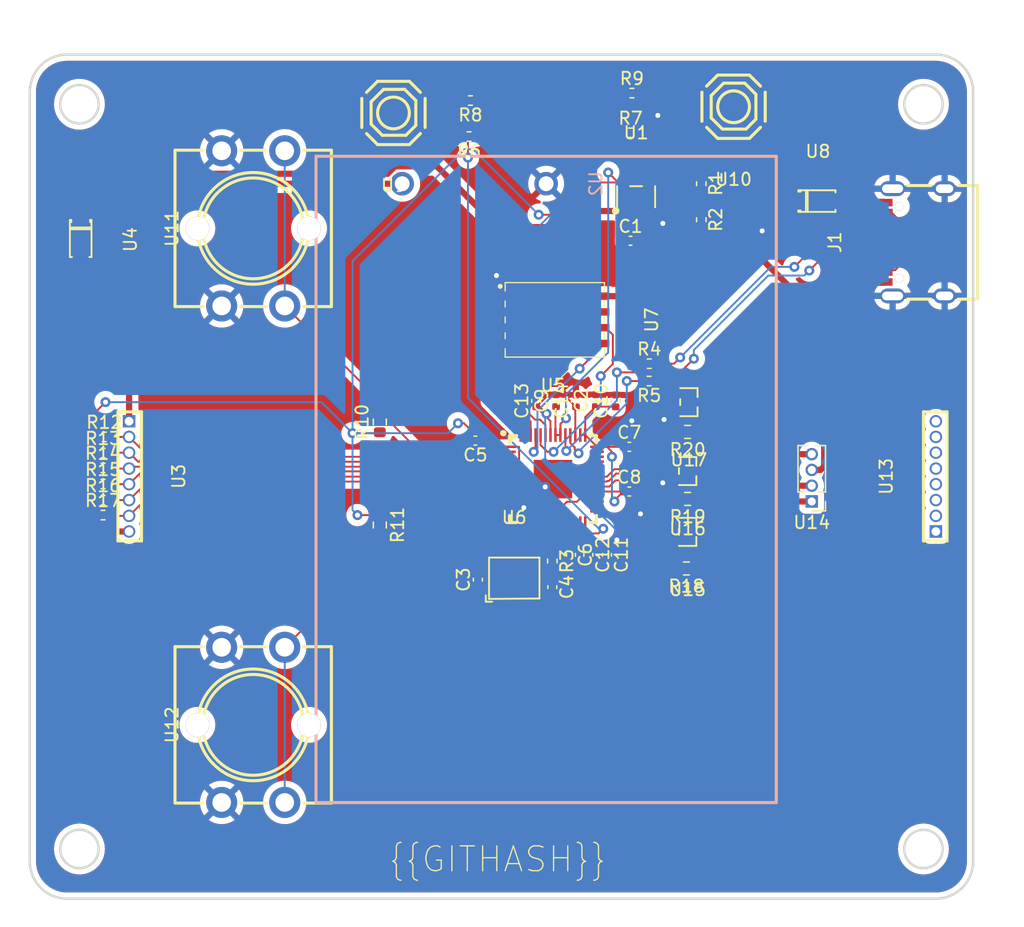
<source format=kicad_pcb>
(kicad_pcb (version 20221018) (generator pcbnew)
  (layers (0 "F.Cu" signal) (31 "B.Cu" signal) (34 "B.Paste" user) (35 "F.Paste" user) (36 "B.SilkS" user "B.Silkscreen") (37 "F.SilkS" user "F.Silkscreen") (38 "B.Mask" user) (39 "F.Mask" user) (44 "Edge.Cuts" user))
  (net 0 "")
  (net 1 "gnd")
  (net 2 "in")
  (net 3 "out-1")
  (net 4 "out")
  (net 5 "dm")
  (net 6 "usb_dm")
  (net 7 "cs")
  (net 8 "vcc-1")
  (net 9 "usb_dp")
  (net 10 "dp")
  (net 11 "adj")
  (net 12 "vcc-2")
  (net 13 "vcc")
  (net 14 "gpio13")
  (net 15 "gpio14")
  (net 16 "gpio3")
  (net 17 "plus")
  (net 18 "gpio1")
  (net 19 "gpio2")
  (net 20 "gpio4")
  (net 21 "gpio5")
  (net 22 "gpio6")
  (net 23 "or")
  (net 24 "wire")
  (net 25 "not")
  (net 26 "and")
  (net 27 "xor")
  (net 28 "latch")
  (net 29 "vcc-3")
  (net 30 "gpio0")
  (net 31 "gpio7")
  (net 32 "miso")
  (net 33 "cs-1")
  (net 34 "sck-1")
  (net 35 "mosi")
  (net 36 "gpio12")
  (net 37 "gpio15")
  (net 38 "swclk")
  (net 39 "swdio")
  (net 40 "gpio16")
  (net 41 "gpio17")
  (net 42 "gpio18")
  (net 43 "gpio19")
  (net 44 "sda")
  (net 45 "scl")
  (net 46 "gpio22")
  (net 47 "gpio23")
  (net 48 "gpio24")
  (net 49 "gpio25")
  (net 50 "gpio26_a0")
  (net 51 "gpio27_a1")
  (net 52 "gpio28_a2")
  (net 53 "gpio29_a3")
  (net 54 "io3")
  (net 55 "sck")
  (net 56 "io0")
  (net 57 "io2")
  (net 58 "io1")
  (net 59 "p1-2")
  (net 60 "p1-1")
  (net 61 "p1")
  (net 62 "p1-3")
  (net 63 "xin")
  (net 64 "b_sink")
  (net 65 "g_sink")
  (net 66 "r_sink")
  (net 67 "p1-4")
  (net 68 "sbu")
  (net 69 "cc1")
  (net 70 "cc2")
  (net 71 "out-2")
  (footprint "Capacitor_SMD:C_0402_1005Metric" (layer "F.Cu") (at 138 97.8 180)
    (fp_text reference "C5")
    (fp_text value "100nF")
  )
  (footprint "Resistor_SMD:R_0402_1005Metric" (layer "F.Cu") (at 156.2 77.1 -90)
    (fp_text reference "R1")
    (fp_text value "18k")
  )
  (footprint "Resistor_SMD:R_0603_1608Metric" (layer "F.Cu") (at 155 108.1 180)
    (fp_text reference "R18")
    (fp_text value "1.5K")
  )
  (footprint "Resistor_SMD:R_0603_1608Metric" (layer "F.Cu") (at 155.1 97.1 180)
    (fp_text reference "R20")
    (fp_text value "100")
  )
  (footprint "Resistor_SMD:R_0402_1005Metric" (layer "F.Cu") (at 108 101.3)
    (fp_text reference "R15")
    (fp_text value "10k")
  )
  (footprint "Capacitor_SMD:C_0402_1005Metric" (layer "F.Cu") (at 150.4 101.9)
    (fp_text reference "C8")
    (fp_text value "100nF")
  )
  (footprint "Capacitor_SMD:C_0402_1005Metric" (layer "F.Cu") (at 145.7 107 -90)
    (fp_text reference "C6")
    (fp_text value "100nF")
  )
  (footprint "Resistor_SMD:R_0402_1005Metric" (layer "F.Cu") (at 152 93 180)
    (fp_text reference "R5")
    (fp_text value "27R")
  )
  (footprint "Capacitor_SMD:C_0402_1005Metric" (layer "F.Cu") (at 142.9 94.6 90)
    (fp_text reference "C13")
    (fp_text value "100nF")
  )
  (footprint "Resistor_SMD:R_0603_1608Metric" (layer "F.Cu") (at 130.3 104.6 -90)
    (fp_text reference "R11")
    (fp_text value "10k")
  )
  (footprint "Resistor_SMD:R_0402_1005Metric" (layer "F.Cu") (at 150.61 69.8)
    (fp_text reference "R9")
    (fp_text value "10k")
  )
  (footprint "lib:WSON-8_L6.0-W8.0-P1.27-BL-EP" (layer "F.Cu") (at 144.4 88.07 -90)
    (fp_text reference "U7")
    (fp_text value "<help! no value>")
  )
  (footprint "Capacitor_SMD:C_0402_1005Metric" (layer "F.Cu") (at 147.1 107 -90)
    (fp_text reference "C12")
    (fp_text value "100nF")
  )
  (footprint "lib:SOT-323-3_L2.0-W1.3-P1.30-LS2.1-BR" (layer "F.Cu") (at 155.2 94.7 180)
    (fp_text reference "U17")
    (fp_text value "<help! no value>")
  )
  (footprint "Capacitor_SMD:C_0402_1005Metric" (layer "F.Cu") (at 150.5 81.7)
    (fp_text reference "C1")
    (fp_text value "1uF")
  )
  (footprint "Capacitor_SMD:C_0402_1005Metric" (layer "F.Cu") (at 144.5 94.58 90)
    (fp_text reference "C9")
    (fp_text value "100nF")
  )
  (footprint "lib:SW-TH_4P-L12.0-W12.0-P5.00-LS12.5-EH" (layer "F.Cu") (at 120.1 80.7 90)
    (fp_text reference "U11")
    (fp_text value "<help! no value>")
  )
  (footprint "Resistor_SMD:R_0402_1005Metric" (layer "F.Cu") (at 108 103.8)
    (fp_text reference "R17")
    (fp_text value "10k")
  )
  (footprint "Capacitor_SMD:C_0402_1005Metric" (layer "F.Cu") (at 149.3 94.6 90)
    (fp_text reference "C10")
    (fp_text value "1uF")
  )
  (footprint "Resistor_SMD:R_0402_1005Metric" (layer "F.Cu") (at 156.2 80 -90)
    (fp_text reference "R2")
    (fp_text value "10k")
  )
  (footprint "Resistor_SMD:R_0402_1005Metric" (layer "F.Cu") (at 108 100)
    (fp_text reference "R14")
    (fp_text value "10k")
  )
  (footprint "Capacitor_SMD:C_0402_1005Metric" (layer "F.Cu") (at 144.2 109.6 -90)
    (fp_text reference "C4")
    (fp_text value "20pF")
  )
  (footprint "lib:SOT-323-3_L2.0-W1.3-P1.30-LS2.1-BR" (layer "F.Cu") (at 155.1 100.25 180)
    (fp_text reference "U16")
    (fp_text value "<help! no value>")
  )
  (footprint "Capacitor_SMD:C_0402_1005Metric" (layer "F.Cu") (at 147.7 94.58 90)
    (fp_text reference "C2")
    (fp_text value "1uF")
  )
  (footprint "lib:SOT-23-5_L3.0-W1.7-P0.95-LS2.8-BL" (layer "F.Cu") (at 150.95 78.15)
    (fp_text reference "U1")
    (fp_text value "<help! no value>")
  )
  (footprint "Resistor_SMD:R_0402_1005Metric" (layer "F.Cu") (at 137.6 70.4 180)
    (fp_text reference "R8")
    (fp_text value "10k")
  )
  (footprint "Connector_PinHeader_1.27mm:PinHeader_1x04_P1.27mm_Vertical" (layer "F.Cu") (at 165.1 102.7 180)
    (fp_text reference "U14")
    (fp_text value "<help! no value>")
  )
  (footprint "Resistor_SMD:R_0402_1005Metric" (layer "F.Cu") (at 108.01 98.8)
    (fp_text reference "R13")
    (fp_text value "10k")
  )
  (footprint "Capacitor_SMD:C_0402_1005Metric" (layer "F.Cu") (at 138.2 109 90)
    (fp_text reference "C3")
    (fp_text value "20pF")
  )
  (footprint "lib:SOD-123_L2.8-W1.8-LS3.7-RD" (layer "F.Cu") (at 106.2 81.6 -90)
    (fp_text reference "U4")
    (fp_text value "<help! no value>")
  )
  (footprint "lib:USB-C-SMD_KH-TYPE-C-16P" (layer "F.Cu") (at 173.38 81.82 90)
    (fp_text reference "J1")
    (fp_text value "<help! no value>")
  )
  (footprint "Resistor_SMD:R_0402_1005Metric" (layer "F.Cu") (at 150.5 73)
    (fp_text reference "R7")
    (fp_text value "10k")
  )
  (footprint "Capacitor_SMD:C_0402_1005Metric" (layer "F.Cu") (at 150.4 98.3)
    (fp_text reference "C7")
    (fp_text value "100nF")
  )
  (footprint "Resistor_SMD:R_0402_1005Metric" (layer "F.Cu") (at 144.2 107.5 -90)
    (fp_text reference "R3")
    (fp_text value "1k")
  )
  (footprint "lib:SW-SMD_4P-L5.1-W5.1-P3.70-LS6.5-TL-2" (layer "F.Cu") (at 131.4 71.4 180)
    (fp_text reference "U9")
    (fp_text value "<help! no value>")
  )
  (footprint "Resistor_SMD:R_0603_1608Metric" (layer "F.Cu") (at 130.3 96.3 90)
    (fp_text reference "R10")
    (fp_text value "10k")
  )
  (footprint "Resistor_SMD:R_0402_1005Metric" (layer "F.Cu") (at 137.49 73.3 180)
    (fp_text reference "R6")
    (fp_text value "10k")
  )
  (footprint "lib:OSC-SMD_4P-L3.2-W2.5-BL" (layer "F.Cu") (at 141.13 108.87)
    (fp_text reference "U6")
    (fp_text value "<help! no value>")
  )
  (footprint "lib:LQFN-56_L7.0-W7.0-P0.4-EP" (layer "F.Cu") (at 144.25 100.9)
    (fp_text reference "U5")
    (fp_text value "<help! no value>")
  )
  (footprint "Resistor_SMD:R_0603_1608Metric" (layer "F.Cu") (at 155.1 102.5 180)
    (fp_text reference "R19")
    (fp_text value "100")
  )
  (footprint "Resistor_SMD:R_0402_1005Metric" (layer "F.Cu") (at 108.1 97.5)
    (fp_text reference "R12")
    (fp_text value "10k")
  )
  (footprint "lib:HDR-TH_8P-P1.27-V-M" (layer "F.Cu") (at 110.1 100.68 -90)
    (fp_text reference "U3")
    (fp_text value "<help! no value>")
  )
  (footprint "Capacitor_SMD:C_0402_1005Metric" (layer "F.Cu") (at 148.6 107 -90)
    (fp_text reference "C11")
    (fp_text value "100nF")
  )
  (footprint "Resistor_SMD:R_0402_1005Metric" (layer "F.Cu") (at 152.01 91.6)
    (fp_text reference "R4")
    (fp_text value "27R")
  )
  (footprint "Resistor_SMD:R_0402_1005Metric" (layer "F.Cu") (at 108 102.6)
    (fp_text reference "R16")
    (fp_text value "10k")
  )
  (footprint "lib:HDR-TH_8P-P1.27-V-M" (layer "F.Cu") (at 175.1 100.68 90)
    (fp_text reference "U13")
    (fp_text value "<help! no value>")
  )
  (footprint "lib:SW-TH_4P-L12.0-W12.0-P5.00-LS12.5-EH" (layer "F.Cu") (at 120.1 120.7 90)
    (fp_text reference "U12")
    (fp_text value "<help! no value>")
  )
  (footprint "Capacitor_SMD:C_0402_1005Metric" (layer "F.Cu") (at 146.1 94.6 90)
    (fp_text reference "C14")
    (fp_text value "1uF")
  )
  (footprint "lib:SOD-123_L2.8-W1.8-LS3.7-RD" (layer "F.Cu") (at 165.6 78.5)
    (fp_text reference "U8")
    (fp_text value "<help! no value>")
  )
  (footprint "lib:SOT-323-3_L2.0-W1.3-P1.30-LS2.1-BR" (layer "F.Cu") (at 155.1 105.15 180)
    (fp_text reference "U15")
    (fp_text value "<help! no value>")
  )
  (footprint "lib:SW-SMD_4P-L5.1-W5.1-P3.70-LS6.5-TL-2" (layer "F.Cu") (at 158.8 70.9 180)
    (fp_text reference "U10")
    (fp_text value "<help! no value>")
  )
  (footprint "lib:BAT-TH_BH-AAA-A1AJ024" (layer "B.Cu") (at 137.9 77.1 90)
    (fp_text reference "U2")
    (fp_text value "<help! no value>")
  )
  (gr_line (start 105.1 134.7) (end 175.1 134.7) (stroke (width 0.2)) (layer "Edge.Cuts"))
  (gr_arc (start 178.1 131.7) (mid 177.22132 133.82132) (end 175.1 134.7) (stroke (width 0.2)) (layer "Edge.Cuts"))
  (gr_line (start 102.1 69.7) (end 102.1 131.7) (stroke (width 0.2)) (layer "Edge.Cuts"))
  (gr_circle (center 174.1 70.7) (end 172.55 70.7) (stroke (width 0.2)) (fill none) (layer "Edge.Cuts"))
  (gr_line (start 175.1 66.7) (end 105.1 66.7) (stroke (width 0.2)) (layer "Edge.Cuts"))
  (gr_arc (start 175.1 66.7) (mid 177.22132 67.57868) (end 178.1 69.7) (stroke (width 0.2)) (layer "Edge.Cuts"))
  (gr_circle (center 106.1 70.7) (end 104.55 70.7) (stroke (width 0.2)) (fill none) (layer "Edge.Cuts"))
  (gr_line (start 178.1 131.7) (end 178.1 69.7) (stroke (width 0.2)) (layer "Edge.Cuts"))
  (gr_arc (start 105.1 134.7) (mid 102.97868 133.82132) (end 102.1 131.7) (stroke (width 0.2)) (layer "Edge.Cuts"))
  (gr_circle (center 174.1 130.7) (end 172.55 130.7) (stroke (width 0.2)) (fill none) (layer "Edge.Cuts"))
  (gr_arc (start 102.1 69.7) (mid 102.97868 67.57868) (end 105.1 66.7) (stroke (width 0.2)) (layer "Edge.Cuts"))
  (gr_circle (center 106.1 130.7) (end 104.55 130.7) (stroke (width 0.2)) (fill none) (layer "Edge.Cuts"))
  (gr_text "{{GITHASH}} " (at 130.9 132.7) (layer "F.SilkS") (effects (font (size 2 2) (thickness 0.1)) (justify left bottom)))
  (segment (start 154.3 95.35) (end 153.95 95.35) (width 0.15) (layer "F.Cu") (net 1))
  (segment (start 143.25 104.45) (end 143.25 103.45) (width 0.15) (layer "F.Cu") (net 1))
  (segment (start 139.5 108.52) (end 140.03 107.99) (width 0.25) (layer "F.Cu") (net 1))
  (segment (start 140.03 107.87) (end 140.03 107.99) (width 0.15) (layer "F.Cu") (net 1))
  (segment (start 153.95 95.35) (end 153.2 96.1) (width 0.15) (layer "F.Cu") (net 1))
  (segment (start 143.25 104.45) (end 143.25 105.155026) (width 0.15) (layer "F.Cu") (net 1))
  (segment (start 153.4 100.9) (end 153.1 101.2) (width 0.15) (layer "F.Cu") (net 1))
  (segment (start 143.1 103.3) (end 142 103.3) (width 0.15) (layer "F.Cu") (net 1))
  (segment (start 138.2 108.52) (end 139.5 108.52) (width 0.25) (layer "F.Cu") (net 1))
  (segment (start 154.2 100.9) (end 153.4 100.9) (width 0.15) (layer "F.Cu") (net 1))
  (segment (start 141.640026 106.765) (end 141.135 106.765) (width 0.15) (layer "F.Cu") (net 1))
  (segment (start 150.88 103.28) (end 150.88 101.9) (width 0.15) (layer "F.Cu") (net 1))
  (segment (start 143.25 105.155026) (end 141.640026 106.765) (width 0.15) (layer "F.Cu") (net 1))
  (segment (start 141.135 106.765) (end 140.03 107.87) (width 0.15) (layer "F.Cu") (net 1))
  (segment (start 143.25 103.45) (end 143.1 103.3) (width 0.15) (layer "F.Cu") (net 1))
  (segment (start 142 103.3) (end 141.9 103.2) (width 0.15) (layer "F.Cu") (net 1))
  (segment (start 151.3 103.7) (end 150.88 103.28) (width 0.15) (layer "F.Cu") (net 1))
  (via (at 153.2 96.1) (size 0.8) (drill 0.4) (layers "F.Cu" "B.Cu") (net 1))
  (via (at 141.9 103.2) (size 0.8) (drill 0.4) (layers "F.Cu" "B.Cu") (net 1))
  (via (at 143.620759 101.529242) (size 0.8) (drill 0.4) (layers "F.Cu" "B.Cu") (net 1))
  (via (at 150.6 96.2) (size 0.8) (drill 0.4) (layers "F.Cu" "B.Cu") (net 1))
  (via (at 151.3 103.7) (size 0.8) (drill 0.4) (layers "F.Cu" "B.Cu") (net 1))
  (via (at 153.1 101.2) (size 0.8) (drill 0.4) (layers "F.Cu" "B.Cu") (net 1))
  (segment (start 141.9 103.2) (end 143.570758 101.529242) (width 0.15) (layer "B.Cu") (net 1))
  (segment (start 153.1 101.9) (end 151.3 103.7) (width 0.15) (layer "B.Cu") (net 1))
  (segment (start 153.1 101.2) (end 153.1 101.9) (width 0.15) (layer "B.Cu") (net 1))
  (segment (start 153.2 96.1) (end 150.7 96.1) (width 0.15) (layer "B.Cu") (net 1))
  (segment (start 143.570758 101.529242) (end 143.620759 101.529242) (width 0.15) (layer "B.Cu") (net 1))
  (segment (start 150.7 96.1) (end 150.6 96.2) (width 0.15) (layer "B.Cu") (net 1))
  (segment (start 142.23 107.99) (end 144.18 107.99) (width 0.25) (layer "F.Cu") (net 3))
  (segment (start 144.18 107.99) (end 144.2 108.01) (width 0.25) (layer "F.Cu") (net 3))
  (segment (start 106.2 83.29) (end 106.2 104.2) (width 0.5) (layer "F.Cu") (net 4))
  (segment (start 107.12 105.12) (end 106.2 104.2) (width 0.5) (layer "F.Cu") (net 4))
  (segment (start 110.1 105.12) (end 107.12 105.12) (width 0.5) (layer "F.Cu") (net 4))
  (segment (start 170.96 81.57) (end 170.11 81.57) (width 0.15) (layer "F.Cu") (net 5))
  (segment (start 170.225 82.57) (end 170.96 82.57) (width 0.15) (layer "F.Cu") (net 5))
  (segment (start 170.11 81.57) (end 170.035 81.645) (width 0.15) (layer "F.Cu") (net 5))
  (segment (start 155.6 91.2) (end 154 92.8) (width 0.15) (layer "F.Cu") (net 5))
  (segment (start 152.71 92.8) (end 152.51 93) (width 0.15) (layer "F.Cu") (net 5))
  (segment (start 170.035 82.38) (end 170.225 82.57) (width 0.15) (layer "F.Cu") (net 5))
  (segment (start 170.96 81.57) (end 167.43 81.57) (width 0.15) (layer "F.Cu") (net 5))
  (segment (start 170.035 81.645) (end 170.035 82.38) (width 0.15) (layer "F.Cu") (net 5))
  (segment (start 154 92.8) (end 152.71 92.8) (width 0.15) (layer "F.Cu") (net 5))
  (segment (start 167.43 81.57) (end 164.9 84.1) (width 0.15) (layer "F.Cu") (net 5))
  (via (at 164.9 84.1) (size 0.8) (drill 0.4) (layers "F.Cu" "B.Cu") (net 5))
  (via (at 155.6 91.2) (size 0.8) (drill 0.4) (layers "F.Cu" "B.Cu") (net 5))
  (segment (start 155.6 90.5) (end 155.6 91.2) (width 0.15) (layer "B.Cu") (net 5))
  (segment (start 164.5 84.5) (end 161.6 84.5) (width 0.15) (layer "B.Cu") (net 5))
  (segment (start 161.6 84.5) (end 155.6 90.5) (width 0.15) (layer "B.Cu") (net 5))
  (segment (start 164.9 84.1) (end 164.5 84.5) (width 0.15) (layer "B.Cu") (net 5))
  (segment (start 146.001944 98.515856) (end 146.001944 98.347349) (width 0.15) (layer "F.Cu") (net 6))
  (segment (start 146.001944 98.347349) (end 145.65 97.995405) (width 0.15) (layer "F.Cu") (net 6))
  (segment (start 146.307371 98.821283) (end 146.001944 98.515856) (width 0.15) (layer "F.Cu") (net 6))
  (segment (start 151.49 93) (end 150.2 93) (width 0.15) (layer "F.Cu") (net 6))
  (segment (start 145.65 97.995405) (end 145.65 97.35) (width 0.15) (layer "F.Cu") (net 6))
  (via (at 150.2 93) (size 0.8) (drill 0.4) (layers "F.Cu" "B.Cu") (net 6))
  (via (at 146.307371 98.821283) (size 0.8) (drill 0.4) (layers "F.Cu" "B.Cu") (net 6))
  (segment (start 146.307371 98.692629) (end 150.2 94.8) (width 0.15) (layer "B.Cu") (net 6))
  (segment (start 150.2 94.8) (end 150.2 93) (width 0.15) (layer "B.Cu") (net 6))
  (segment (start 146.307371 98.821283) (end 146.307371 98.692629) (width 0.15) (layer "B.Cu") (net 6))
  (segment (start 151.01 73) (end 151.01 69.91) (width 0.15) (layer "F.Cu") (net 7))
  (segment (start 139.7 84.5) (end 140.6 85.4) (width 0.15) (layer "F.Cu") (net 7))
  (segment (start 162.1 72.75) (end 155.5 72.75) (width 0.15) (layer "F.Cu") (net 7))
  (segment (start 139 94.7) (end 141.65 97.35) (width 0.15) (layer "F.Cu") (net 7))
  (segment (start 140.3 86.16) (end 139 87.46) (width 0.15) (layer "F.Cu") (net 7))
  (segment (start 140.6 86.16) (end 140.3 86.16) (width 0.15) (layer "F.Cu") (net 7))
  (segment (start 151.26 72.75) (end 151.01 73) (width 0.15) (layer "F.Cu") (net 7))
  (segment (start 151.01 73) (end 152.41 71.6) (width 0.15) (layer "F.Cu") (net 7))
  (segment (start 152.41 71.6) (end 152.7 71.6) (width 0.15) (layer "F.Cu") (net 7))
  (segment (start 140.6 85.4) (end 140.6 86.16) (width 0.15) (layer "F.Cu") (net 7))
  (segment (start 139 87.46) (end 139 94.7) (width 0.15) (layer "F.Cu") (net 7))
  (segment (start 151.01 69.91) (end 151.12 69.8) (width 0.15) (layer "F.Cu") (net 7))
  (segment (start 155.5 72.75) (end 151.26 72.75) (width 0.15) (layer "F.Cu") (net 7))
  (via (at 152.7 71.6) (size 0.8) (drill 0.4) (layers "F.Cu" "B.Cu") (net 7))
  (via (at 139.7 84.5) (size 0.8) (drill 0.4) (layers "F.Cu" "B.Cu") (net 7))
  (segment (start 152.7 71.6) (end 152.054595 71.6) (width 0.15) (layer "B.Cu") (net 7))
  (segment (start 139.7 83.954595) (end 139.7 84.5) (width 0.15) (layer "B.Cu") (net 7))
  (segment (start 152.054595 71.6) (end 139.7 83.954595) (width 0.15) (layer "B.Cu") (net 7))
  (segment (start 144.45 97.35) (end 144.45 95.11) (width 0.15) (layer "F.Cu") (net 8))
  (segment (start 154.54 86.16) (end 159.3 81.4) (width 0.5) (layer "F.Cu") (net 8))
  (segment (start 141.5 98.3) (end 141.525 98.325) (width 0.15) (layer "F.Cu") (net 8))
  (segment (start 147 101.9) (end 147.8 101.9) (width 0.15) (layer "F.Cu") (net 8))
  (segment (start 147.8 98.3) (end 146.85 97.35) (width 0.15) (layer "F.Cu") (net 8))
  (segment (start 145.7 106.52) (end 145.305025 106.52) (width 0.15) (layer "F.Cu") (net 8))
  (segment (start 107.49 95.41) (end 108.2 94.7) (width 0.15) (layer "F.Cu") (net 8))
  (segment (start 143.525 102.725) (end 144.45 103.65) (width 0.15) (layer "F.Cu") (net 8))
  (segment (start 144.45 95.11) (end 144.5 95.06) (width 0.15) (layer "F.Cu") (net 8))
  (segment (start 138 73.3) (end 138 70.51) (width 0.15) (layer "F.Cu") (net 8))
  (segment (start 159.3 81.4) (end 159.3 75) (width 0.5) (layer "F.Cu") (net 8))
  (segment (start 138 70.51) (end 138.11 70.4) (width 0.15) (layer "F.Cu") (net 8))
  (segment (start 147.7 95.06) (end 149.28 95.06) (width 0.15) (layer "F.Cu") (net 8))
  (segment (start 145.305025 106.52) (end 144.45 105.664975) (width 0.15) (layer "F.Cu") (net 8))
  (segment (start 107.49 103.8) (end 107.49 95.41) (width 0.15) (layer "F.Cu") (net 8))
  (segment (start 130.275 103.8) (end 130.3 103.775) (width 0.15) (layer "F.Cu") (net 8))
  (segment (start 128.1 97.2) (end 130.225 97.2) (width 0.15) (layer "F.Cu") (net 8))
  (segment (start 140.7 101.9) (end 142.425 101.9) (width 0.15) (layer "F.Cu") (net 8))
  (segment (start 165.807106 100.16) (end 166.1 99.867106) (width 0.5) (layer "F.Cu") (net 8))
  (segment (start 151.4 75.6) (end 150 77) (width 0.15) (layer "F.Cu") (net 8))
  (segment (start 144.45 103.65) (end 145.375 102.725) (width 0.15) (layer "F.Cu") (net 8))
  (segment (start 144.45 105.664975) (end 144.45 104.45) (width 0.15) (layer "F.Cu") (net 8))
  (segment (start 146.85 95.91) (end 147.7 95.06) (width 0.15) (layer "F.Cu") (net 8))
  (segment (start 149.28 95.06) (end 149.3 95.08) (width 0.15) (layer "F.Cu") (net 8))
  (segment (start 149.92 98.3) (end 147.8 98.3) (width 0.15) (layer "F.Cu") (net 8))
  (segment (start 142.425 102.725) (end 143.525 102.725) (width 0.15) (layer "F.Cu") (net 8))
  (segment (start 144.85 97.35) (end 144.85 96.45) (width 0.15) (layer "F.Cu") (net 8))
  (segment (start 145.375 102.725) (end 146.175 102.725) (width 0.15) (layer "F.Cu") (net 8))
  (segment (start 147.3 77) (end 145.2 79.1) (width 0.15) (layer "F.Cu") (net 8))
  (segment (start 159.3 75) (end 152 75) (width 0.5) (layer "F.Cu") (net 8))
  (segment (start 138.3 73) (end 138 73.3) (width 0.15) (layer "F.Cu") (net 8))
  (segment (start 152 75) (end 150 77) (width 0.5) (layer "F.Cu") (net 8))
  (segment (start 144.7 79.6) (end 143.1 79.6) (width 0.15) (layer "F.Cu") (net 8))
  (segment (start 166.1 99.867106) (end 166.1 88.2) (width 0.5) (layer "F.Cu") (net 8))
  (segment (start 148.6 98.3) (end 149 98.7) (width 0.15) (layer "F.Cu") (net 8))
  (segment (start 136.6 96.4) (end 137.08 96.4) (width 0.15) (layer "F.Cu") (net 8))
  (segment (start 140.7 98.3) (end 138.98 98.3) (width 0.15) (layer "F.Cu") (net 8))
  (segment (start 165.1 100.16) (end 165.807106 100.16) (width 0.5) (layer "F.Cu") (net 8))
  (segment (start 150 77) (end 150 73.01) (width 0.15) (layer "F.Cu") (net 8))
  (segment (start 149 98.7) (end 149 99.1) (width 0.15) (layer "F.Cu") (net 8))
  (segment (start 150 77) (end 147.3 77) (width 0.15) (layer "F.Cu") (net 8))
  (segment (start 156.2 76.59) (end 155.21 75.6) (width 0.15) (layer "F.Cu") (net 8))
  (segment (start 150.1 69.8) (end 150.1 72.89) (width 0.15) (layer "F.Cu") (net 8))
  (segment (start 138.98 98.3) (end 138.48 97.8) (width 0.15) (layer "F.Cu") (net 8))
  (segment (start 141.525 98.325) (end 141.525 101.875) (width 0.15) (layer "F.Cu") (net 8))
  (segment (start 144.45 104.45) (end 144.45 103.65) (width 0.15) (layer "F.Cu") (net 8))
  (segment (start 148.7 76.2) (end 149.5 77) (width 0.15) (layer "F.Cu") (net 8))
  (segment (start 137.08 96.4) (end 138.48 97.8) (width 0.15) (layer "F.Cu") (net 8))
  (segment (start 145.2 79.1) (end 144.7 79.6) (width 0.15) (layer "F.Cu") (net 8))
  (segment (start 140.7 98.3) (end 141.5 98.3) (width 0.15) (layer "F.Cu") (net 8))
  (segment (start 146.45 97.35) (end 146.85 97.35) (width 0.15) (layer "F.Cu") (net 8))
  (segment (start 147.8 101.9) (end 149.92 101.9) (width 0.15) (layer "F.Cu") (net 8))
  (segment (start 147.8 98.3) (end 148.6 98.3) (width 0.15) (layer "F.Cu") (net 8))
  (segment (start 128.5 103.8) (end 130.275 103.8) (width 0.15) (layer "F.Cu") (net 8))
  (segment (start 144.85 97.35) (end 144.45 97.35) (width 0.15) (layer "F.Cu") (net 8))
  (segment (start 150.1 72.89) (end 149.99 73) (width 0.15) (layer "F.Cu") (net 8))
  (segment (start 146.85 97.35) (end 146.85 95.91) (width 0.15) (layer "F.Cu") (net 8))
  (segment (start 149.5 77) (end 150 77) (width 0.15) (layer "F.Cu") (net 8))
  (segment (start 150 73.01) (end 149.99 73) (width 0.15) (layer "F.Cu") (net 8))
  (segment (start 155.21 75.6) (end 151.4 75.6) (width 0.15) (layer "F.Cu") (net 8))
  (segment (start 149.2 102.62) (end 149.92 101.9) (width 0.15) (layer "F.Cu") (net 8))
  (segment (start 149.2 102.7) (end 149.2 102.62) (width 0.15) (layer "F.Cu") (net 8))
  (segment (start 166.1 88.2) (end 159.3 81.4) (width 0.5) (layer "F.Cu") (net 8))
  (segment (start 148.2 86.16) (end 154.54 86.16) (width 0.5) (layer "F.Cu") (net 8))
  (segment (start 130.225 97.2) (end 130.3 97.125) (width 0.15) (layer "F.Cu") (net 8))
  (segment (start 142.425 101.9) (end 142.425 102.725) (width 0.15) (layer "F.Cu") (net 8))
  (segment (start 144.85 96.45) (end 145.3 96) (width 0.15) (layer "F.Cu") (net 8))
  (segment (start 149.99 73) (end 138.3 73) (width 0.15) (layer "F.Cu") (net 8))
  (segment (start 146.175 102.725) (end 147 101.9) (width 0.15) (layer "F.Cu") (net 8))
  (segment (start 141.525 101.875) (end 141.5 101.9) (width 0.15) (layer "F.Cu") (net 8))
  (segment (start 141.5 101.9) (end 140.7 101.9) (width 0.15) (layer "F.Cu") (net 8))
  (via (at 148.7 76.2) (size 0.8) (drill 0.4) (layers "F.Cu" "B.Cu") (net 8))
  (via (at 149 99.1) (size 0.8) (drill 0.4) (layers "F.Cu" "B.Cu") (net 8))
  (via (at 136.6 96.4) (size 0.8) (drill 0.4) (layers "F.Cu" "B.Cu") (net 8))
  (via (at 149.2 102.7) (size 0.8) (drill 0.4) (layers "F.Cu" "B.Cu") (net 8))
  (via (at 143.1 79.6) (size 0.8) (drill 0.4) (layers "F.Cu" "B.Cu") (net 8))
  (via (at 128.1 97.2) (size 0.8) (drill 0.4) (layers "F.Cu" "B.Cu") (net 8))
  (via (at 128.5 103.8) (size 0.8) (drill 0.4) (layers "F.Cu" "B.Cu") (net 8))
  (via (at 145.3 96) (size 0.8) (drill 0.4) (layers "F.Cu" "B.Cu") (net 8))
  (via (at 108.2 94.7) (size 0.8) (drill 0.4) (layers "F.Cu" "B.Cu") (net 8))
  (segment (start 125.6 94.7) (end 128.1 97.2) (width 0.15) (layer "B.Cu") (net 8))
  (segment (start 135.8 97.2) (end 136.6 96.4) (width 0.15) (layer "B.Cu") (net 8))
  (segment (start 137.120405 74.325) (end 128.1 83.345405) (width 0.15) (layer "B.Cu") (net 8))
  (segment (start 143.1 79.6) (end 137.825 74.325) (width 0.15) (layer "B.Cu") (net 8))
  (segment (start 108.2 94.7) (end 125.6 94.7) (width 0.15) (layer "B.Cu") (net 8))
  (segment (start 137.825 74.325) (end 137.120405 74.325) (width 0.15) (layer "B.Cu") (net 8))
  (segment (start 128.1 97.2) (end 135.8 97.2) (width 0.15) (layer "B.Cu") (net 8))
  (segment (start 145.3 94.1) (end 146.3 93.1) (width 0.15) (layer "B.Cu") (net 8))
  (segment (start 146.3 93.1) (end 148.7 90.7) (width 0.15) (layer "B.Cu") (net 8))
  (segment (start 149 102.5) (end 149.2 102.7) (width 0.15) (layer "B.Cu") (net 8))
  (segment (start 149 99.1) (end 149 102.5) (width 0.15) (layer "B.Cu") (net 8))
  (segment (start 128.1 97.2) (end 128.1 103.4) (width 0.15) (layer "B.Cu") (net 8))
  (segment (start 128.1 103.4) (end 128.5 103.8) (width 0.15) (layer "B.Cu") (net 8))
  (segment (start 145.3 96) (end 145.3 94.1) (width 0.15) (layer "B.Cu") (net 8))
  (segment (start 148.7 90.7) (end 148.7 76.2) (width 0.15) (layer "B.Cu") (net 8))
  (segment (start 128.1 83.345405) (end 128.1 97.2) (width 0.15) (layer "B.Cu") (net 8))
  (segment (start 151.5 91.6) (end 150.8 92.3) (width 0.15) (layer "F.Cu") (net 9))
  (segment (start 145.25 98.55) (end 145.25 97.35) (width 0.15) (layer "F.Cu") (net 9))
  (segment (start 150.8 92.3) (end 149.4 92.3) (width 0.15) (layer "F.Cu") (net 9))
  (segment (start 145.326944 98.626944) (end 145.25 98.55) (width 0.15) (layer "F.Cu") (net 9))
  (via (at 149.4 92.3) (size 0.8) (drill 0.4) (layers "F.Cu" "B.Cu") (net 9))
  (via (at 145.326944 98.626944) (size 0.8) (drill 0.4) (layers "F.Cu" "B.Cu") (net 9))
  (segment (start 149.4 94.553888) (end 145.326944 98.626944) (width 0.15) (layer "B.Cu") (net 9))
  (segment (start 149.4 92.3) (end 149.4 94.553888) (width 0.15) (layer "B.Cu") (net 9))
  (segment (start 154.5 91.1) (end 154 91.6) (width 0.15) (layer "F.Cu") (net 10))
  (segment (start 166.43 81.07) (end 163.7 83.8) (width 0.15) (layer "F.Cu") (net 10))
  (segment (start 154 91.6) (end 152.52 91.6) (width 0.15) (layer "F.Cu") (net 10))
  (segment (start 170.96 82.07) (end 171.81 82.07) (width 0.15) (layer "F.Cu") (net 10))
  (segment (start 171.885 81.285) (end 171.67 81.07) (width 0.15) (layer "F.Cu") (net 10))
  (segment (start 171.81 82.07) (end 171.885 81.995) (width 0.15) (layer "F.Cu") (net 10))
  (segment (start 171.885 81.995) (end 171.885 81.285) (width 0.15) (layer "F.Cu") (net 10))
  (segment (start 170.96 81.07) (end 166.43 81.07) (width 0.15) (layer "F.Cu") (net 10))
  (segment (start 171.67 81.07) (end 170.96 81.07) (width 0.15) (layer "F.Cu") (net 10))
  (via (at 163.7 83.8) (size 0.8) (drill 0.4) (layers "F.Cu" "B.Cu") (net 10))
  (via (at 154.5 91.1) (size 0.8) (drill 0.4) (layers "F.Cu" "B.Cu") (net 10))
  (segment (start 163.7 83.8) (end 161.8 83.8) (width 0.15) (layer "B.Cu") (net 10))
  (segment (start 161.8 83.8) (end 154.5 91.1) (width 0.15) (layer "B.Cu") (net 10))
  (segment (start 151.9 77) (end 155.59 77) (width 0.15) (layer "F.Cu") (net 11))
  (segment (start 156.2 77.61) (end 156.2 79.49) (width 0.15) (layer "F.Cu") (net 11))
  (segment (start 155.59 77) (end 156.2 77.61) (width 0.15) (layer "F.Cu") (net 11))
  (segment (start 144 93.4) (end 145.2 93.4) (width 0.15) (layer "F.Cu") (net 12))
  (segment (start 143.7 94.28) (end 143.7 93.7) (width 0.15) (layer "F.Cu") (net 12))
  (segment (start 146.05 95.13) (end 146.1 95.08) (width 0.15) (layer "F.Cu") (net 12))
  (segment (start 149.32 105.8) (end 148.6 106.52) (width 0.15) (layer "F.Cu") (net 12))
  (segment (start 146.48 105.9) (end 147.1 106.52) (width 0.15) (layer "F.Cu") (net 12))
  (segment (start 144.05 97.35) (end 144.05 96.23) (width 0.15) (layer "F.Cu") (net 12))
  (segment (start 145.2 93.4) (end 145.2 94.18) (width 0.15) (layer "F.Cu") (net 12))
  (segment (start 145.2 94.18) (end 146.1 95.08) (width 0.15) (layer "F.Cu") (net 12))
  (segment (start 142.9 95.08) (end 143.7 94.28) (width 0.15) (layer "F.Cu") (net 12))
  (segment (start 149.4 105.8) (end 149.32 105.8) (width 0.15) (layer "F.Cu") (net 12))
  (segment (start 144.85 105.570001) (end 145.179999 105.9) (width 0.15) (layer "F.Cu") (net 12))
  (segment (start 144.85 104.45) (end 144.85 105.570001) (width 0.15) (layer "F.Cu") (net 12))
  (segment (start 147.1 106.52) (end 148.6 106.52) (width 0.15) (layer "F.Cu") (net 12))
  (segment (start 145.179999 105.9) (end 146.48 105.9) (width 0.15) (layer "F.Cu") (net 12))
  (segment (start 143.179124 95.08) (end 143.726506 95.627382) (width 0.15) (layer "F.Cu") (net 12))
  (segment (start 142.9 95.08) (end 143.179124 95.08) (width 0.15) (layer "F.Cu") (net 12))
  (segment (start 143.7 93.7) (end 144 93.4) (width 0.15) (layer "F.Cu") (net 12))
  (segment (start 146.05 97.35) (end 146.05 95.13) (width 0.15) (layer "F.Cu") (net 12))
  (segment (start 144.05 96.23) (end 142.9 95.08) (width 0.15) (layer "F.Cu") (net 12))
  (via (at 143.726506 95.627382) (size 0.8) (drill 0.4) (layers "F.Cu" "B.Cu") (net 12))
  (via (at 149.4 105.8) (size 0.8) (drill 0.4) (layers "F.Cu" "B.Cu") (net 12))
  (segment (start 143.726506 95.627382) (end 143.625 95.728888) (width 0.15) (layer "B.Cu") (net 12))
  (segment (start 149.4 105.7) (end 149.4 105.8) (width 0.15) (layer "B.Cu") (net 12))
  (segment (start 143.625 95.728888) (end 143.625 99.270405) (width 0.15) (layer "B.Cu") (net 12))
  (segment (start 143.625 99.270405) (end 149.4 105.045405) (width 0.15) (layer "B.Cu") (net 12))
  (segment (start 149.4 105.045405) (end 149.4 105.7) (width 0.15) (layer "B.Cu") (net 12))
  (segment (start 131.520101 75.7) (end 134.9 75.7) (width 0.5) (layer "F.Cu") (net 13))
  (segment (start 163.5 78.5) (end 161.1 80.9) (width 0.15) (layer "F.Cu") (net 13))
  (segment (start 130.920101 76.3) (end 131.520101 75.7) (width 0.5) (layer "F.Cu") (net 13))
  (segment (start 150.355 78.445) (end 150 78.8) (width 0.15) (layer "F.Cu") (net 13))
  (segment (start 150 79.3) (end 150 81.68) (width 0.5) (layer "F.Cu") (net 13))
  (segment (start 106.2 79.91) (end 106.2 76.3) (width 0.5) (layer "F.Cu") (net 13))
  (segment (start 163.91 78.5) (end 163.5 78.5) (width 0.15) (layer "F.Cu") (net 13))
  (segment (start 150 78.8) (end 150 79.3) (width 0.15) (layer "F.Cu") (net 13))
  (segment (start 150 81.68) (end 150.02 81.7) (width 0.5) (layer "F.Cu") (net 13))
  (segment (start 153.1 80.3) (end 152.1 79.3) (width 0.15) (layer "F.Cu") (net 13))
  (segment (start 106.2 76.3) (end 130.920101 76.3) (width 0.5) (layer "F.Cu") (net 13))
  (segment (start 151.9 78.965) (end 151.38 78.445) (width 0.15) (layer "F.Cu") (net 13))
  (segment (start 139.8 80.6) (end 145.5 80.6) (width 0.5) (layer "F.Cu") (net 13))
  (segment (start 151.38 78.445) (end 150.355 78.445) (width 0.15) (layer "F.Cu") (net 13))
  (segment (start 152.1 79.3) (end 151.9 79.3) (width 0.15) (layer "F.Cu") (net 13))
  (segment (start 145.5 80.6) (end 146.8 79.3) (width 0.5) (layer "F.Cu") (net 13))
  (segment (start 146.8 79.3) (end 150 79.3) (width 0.5) (layer "F.Cu") (net 13))
  (segment (start 134.9 75.7) (end 139.8 80.6) (width 0.5) (layer "F.Cu") (net 13))
  (segment (start 151.9 79.3) (end 151.9 78.965) (width 0.15) (layer "F.Cu") (net 13))
  (via (at 161.1 80.9) (size 0.8) (drill 0.4) (layers "F.Cu" "B.Cu") (net 13))
  (via (at 153.1 80.3) (size 0.8) (drill 0.4) (layers "F.Cu" "B.Cu") (net 13))
  (segment (start 161.1 80.9) (end 153.7 80.9) (width 0.15) (layer "B.Cu") (net 13))
  (segment (start 153.7 80.9) (end 153.1 80.3) (width 0.15) (layer "B.Cu") (net 13))
  (segment (start 130.3 105.425) (end 142.275 105.425) (width 0.15) (layer "F.Cu") (net 15))
  (segment (start 122.64 114.45) (end 130.3 106.79) (width 0.15) (layer "F.Cu") (net 15))
  (segment (start 142.45 105.25) (end 142.45 104.45) (width 0.15) (layer "F.Cu") (net 15))
  (segment (start 142.275 105.425) (end 142.45 105.25) (width 0.15) (layer "F.Cu") (net 15))
  (segment (start 130.3 106.79) (end 130.3 105.425) (width 0.15) (layer "F.Cu") (net 15))
  (segment (start 122.64 126.95) (end 122.64 114.45) (width 0.15) (layer "B.Cu") (net 15))
  (segment (start 110.1 100.05) (end 108.56 100.05) (width 0.15) (layer "F.Cu") (net 16))
  (segment (start 140.7 99.9) (end 110.25 99.9) (width 0.15) (layer "F.Cu") (net 16))
  (segment (start 110.25 99.9) (end 110.1 100.05) (width 0.15) (layer "F.Cu") (net 16))
  (segment (start 108.56 100.05) (end 108.51 100) (width 0.15) (layer "F.Cu") (net 16))
  (segment (start 111.2 77.1) (end 110.1 78.2) (width 0.5) (layer "F.Cu") (net 17))
  (segment (start 110.1 96.24) (end 110.1 78.2) (width 0.5) (layer "F.Cu") (net 17))
  (segment (start 132.1 77.1) (end 111.2 77.1) (width 0.5) (layer "F.Cu") (net 17))
  (segment (start 110.1 97.5) (end 111.7 99.1) (width 0.15) (layer "F.Cu") (net 18))
  (segment (start 111.7 99.1) (end 140.7 99.1) (width 0.15) (layer "F.Cu") (net 18))
  (segment (start 110.1 97.5) (end 108.61 97.5) (width 0.15) (layer "F.Cu") (net 18))
  (segment (start 110.83 99.5) (end 140.7 99.5) (width 0.15) (layer "F.Cu") (net 19))
  (segment (start 110.1 98.77) (end 108.55 98.77) (width 0.15) (layer "F.Cu") (net 19))
  (segment (start 108.55 98.77) (end 108.52 98.8) (width 0.15) (layer "F.Cu") (net 19))
  (segment (start 110.1 98.77) (end 110.83 99.5) (width 0.15) (layer "F.Cu") (net 19))
  (segment (start 111.8 100.25) (end 111.825 100.275) (width 0.15) (layer "F.Cu") (net 20))
  (segment (start 108.52 101.31) (end 108.51 101.3) (width 0.15) (layer "F.Cu") (net 20))
  (segment (start 111.825 100.275) (end 140.7 100.275) (width 0.15) (layer "F.Cu") (net 20))
  (segment (start 110.1 101.31) (end 108.52 101.31) (width 0.15) (layer "F.Cu") (net 20))
  (segment (start 111.16 100.25) (end 111.8 100.25) (width 0.15) (layer "F.Cu") (net 20))
  (segment (start 110.1 101.31) (end 111.16 100.25) (width 0.15) (layer "F.Cu") (net 20))
  (segment (start 110.1 102.59) (end 108.52 102.59) (width 0.15) (layer "F.Cu") (net 21))
  (segment (start 111.99 100.7) (end 110.1 102.59) (width 0.15) (layer "F.Cu") (net 21))
  (segment (start 140.7 100.7) (end 111.99 100.7) (width 0.15) (layer "F.Cu") (net 21))
  (segment (start 108.52 102.59) (end 108.51 102.6) (width 0.15) (layer "F.Cu") (net 21))
  (segment (start 108.57 103.86) (end 108.51 103.8) (width 0.15) (layer "F.Cu") (net 22))
  (segment (start 140.7 101.1) (end 112.86 101.1) (width 0.15) (layer "F.Cu") (net 22))
  (segment (start 112.86 101.1) (end 110.1 103.86) (width 0.15) (layer "F.Cu") (net 22))
  (segment (start 110.1 103.86) (end 108.57 103.86) (width 0.15) (layer "F.Cu") (net 22))
  (segment (start 171.375 79.27) (end 170.97 79.27) (width 0.15) (layer "F.Cu") (net 29))
  (segment (start 170.97 79.57) (end 168.36 79.57) (width 0.15) (layer "F.Cu") (net 29))
  (segment (start 172.235 80.13) (end 171.375 79.27) (width 0.15) (layer "F.Cu") (net 29))
  (segment (start 168.36 79.57) (end 167.29 78.5) (width 0.15) (layer "F.Cu") (net 29))
  (segment (start 171.81 84.07) (end 172.235 83.645) (width 0.15) (layer "F.Cu") (net 29))
  (segment (start 172.235 83.645) (end 172.235 80.13) (width 0.15) (layer "F.Cu") (net 29))
  (segment (start 170.96 84.07) (end 171.81 84.07) (width 0.15) (layer "F.Cu") (net 29))
  (segment (start 130.3 94.61) (end 130.3 95.475) (width 0.15) (layer "F.Cu") (net 30))
  (segment (start 122.64 86.95) (end 130.3 94.61) (width 0.15) (layer "F.Cu") (net 30))
  (segment (start 133.525 98.7) (end 130.3 95.475) (width 0.15) (layer "F.Cu") (net 30))
  (segment (start 140.7 98.7) (end 133.525 98.7) (width 0.15) (layer "F.Cu") (net 30))
  (segment (start 122.64 74.45) (end 122.64 86.95) (width 0.15) (layer "B.Cu") (net 30))
  (segment (start 147.8 101.5) (end 148.789948 101.5) (width 0.15) (layer "F.Cu") (net 46))
  (segment (start 151.6 101) (end 152.6 102) (width 0.15) (layer "F.Cu") (net 46))
  (segment (start 152.6 103.2) (end 153.9 104.5) (width 0.15) (layer "F.Cu") (net 46))
  (segment (start 149.289948 101) (end 151.6 101) (width 0.15) (layer "F.Cu") (net 46))
  (segment (start 152.6 102) (end 152.6 103.2) (width 0.15) (layer "F.Cu") (net 46))
  (segment (start 148.789948 101.5) (end 149.289948 101) (width 0.15) (layer "F.Cu") (net 46))
  (segment (start 153.9 104.5) (end 154.2 104.5) (width 0.15) (layer "F.Cu") (net 46))
  (segment (start 148.575 101.1) (end 148.625 101.05) (width 0.15) (layer "F.Cu") (net 47))
  (segment (start 147.8 101.1) (end 148.575 101.1) (width 0.15) (layer "F.Cu") (net 47))
  (segment (start 148.744974 101.05) (end 149.344974 100.45) (width 0.15) (layer "F.Cu") (net 47))
  (segment (start 148.625 101.05) (end 148.744974 101.05) (width 0.15) (layer "F.Cu") (net 47))
  (segment (start 149.344974 100.45) (end 153.35 100.45) (width 0.15) (layer "F.Cu") (net 47))
  (segment (start 153.35 100.45) (end 154.2 99.6) (width 0.15) (layer "F.Cu") (net 47))
  (segment (start 153.85 94.05) (end 152.3 95.6) (width 0.15) (layer "F.Cu") (net 48))
  (segment (start 151.5 100.1) (end 149.2 100.1) (width 0.15) (layer "F.Cu") (net 48))
  (segment (start 148.6 100.7) (end 147.8 100.7) (width 0.15) (layer "F.Cu") (net 48))
  (segment (start 154.3 94.05) (end 153.85 94.05) (width 0.15) (layer "F.Cu") (net 48))
  (segment (start 149.2 100.1) (end 148.6 100.7) (width 0.15) (layer "F.Cu") (net 48))
  (segment (start 152.3 99.3) (end 151.5 100.1) (width 0.15) (layer "F.Cu") (net 48))
  (segment (start 152.3 95.6) (end 152.3 99.3) (width 0.15) (layer "F.Cu") (net 48))
  (segment (start 146.9 88.43) (end 146.9 89.97) (width 0.15) (layer "F.Cu") (net 54))
  (segment (start 143.210051 96.110051) (end 143.65 96.55) (width 0.15) (layer "F.Cu") (net 54))
  (segment (start 142.2 95.510052) (end 142.8 96.110051) (width 0.15) (layer "F.Cu") (net 54))
  (segment (start 142.2 93.923101) (end 142.2 95.510052) (width 0.15) (layer "F.Cu") (net 54))
  (segment (start 148.2 87.43) (end 147.9 87.43) (width 0.15) (layer "F.Cu") (net 54))
  (segment (start 142.57 93.553101) (end 142.2 93.923101) (width 0.15) (layer "F.Cu") (net 54))
  (segment (start 143.316899 93.553101) (end 142.57 93.553101) (width 0.15) (layer "F.Cu") (net 54))
  (segment (start 146.9 89.97) (end 143.316899 93.553101) (width 0.15) (layer "F.Cu") (net 54))
  (segment (start 147.9 87.43) (end 146.9 88.43) (width 0.15) (layer "F.Cu") (net 54))
  (segment (start 142.8 96.110051) (end 143.210051 96.110051) (width 0.15) (layer "F.Cu") (net 54))
  (segment (start 143.65 96.55) (end 143.65 97.35) (width 0.15) (layer "F.Cu") (net 54))
  (segment (start 148.1 92.6) (end 149.075 91.625) (width 0.15) (layer "F.Cu") (net 55))
  (segment (start 144.3 98.7) (end 143.8 98.7) (width 0.15) (layer "F.Cu") (net 55))
  (segment (start 143.25 98.15) (end 143.25 97.35) (width 0.15) (layer "F.Cu") (net 55))
  (segment (start 143.8 98.7) (end 143.25 98.15) (width 0.15) (layer "F.Cu") (net 55))
  (segment (start 148.5 88.7) (end 148.2 88.7) (width 0.15) (layer "F.Cu") (net 55))
  (segment (start 149.075 89.275) (end 148.5 88.7) (width 0.15) (layer "F.Cu") (net 55))
  (segment (start 149.075 91.625) (end 149.075 89.275) (width 0.15) (layer "F.Cu") (net 55))
  (via (at 148.1 92.6) (size 0.8) (drill 0.4) (layers "F.Cu" "B.Cu") (net 55))
  (via (at 144.3 98.7) (size 0.8) (drill 0.4) (layers "F.Cu" "B.Cu") (net 55))
  (segment (start 148.1 92.6) (end 148.1 94.9) (width 0.15) (layer "B.Cu") (net 55))
  (segment (start 148.1 94.9) (end 144.3 98.7) (width 0.15) (layer "B.Cu") (net 55))
  (segment (start 148.2 89.97) (end 148.2 90.2) (width 0.15) (layer "F.Cu") (net 56))
  (segment (start 142.85 98.55) (end 142.85 97.35) (width 0.15) (layer "F.Cu") (net 56))
  (segment (start 142.7 98.7) (end 142.85 98.55) (width 0.15) (layer "F.Cu") (net 56))
  (segment (start 148.2 90.2) (end 146.4 92) (width 0.15) (layer "F.Cu") (net 56))
  (via (at 142.7 98.7) (size 0.8) (drill 0.4) (layers "F.Cu" "B.Cu") (net 56))
  (via (at 146.4 92) (size 0.8) (drill 0.4) (layers "F.Cu" "B.Cu") (net 56))
  (segment (start 143 98.4) (end 143 95.4) (width 0.15) (layer "B.Cu") (net 56))
  (segment (start 142.7 98.7) (end 143 98.4) (width 0.15) (layer "B.Cu") (net 56))
  (segment (start 143 95.4) (end 146.4 92) (width 0.15) (layer "B.Cu") (net 56))
  (segment (start 140.3 88.7) (end 139.7 89.3) (width 0.15) (layer "F.Cu") (net 57))
  (segment (start 142.45 96.255026) (end 142.45 97.35) (width 0.15) (layer "F.Cu") (net 57))
  (segment (start 140.6 88.7) (end 140.3 88.7) (width 0.15) (layer "F.Cu") (net 57))
  (segment (start 139.7 89.3) (end 139.7 93.505026) (width 0.15) (layer "F.Cu") (net 57))
  (segment (start 139.7 93.505026) (end 142.45 96.255026) (width 0.15) (layer "F.Cu") (net 57))
  (segment (start 142.05 96.35) (end 139.35 93.65) (width 0.15) (layer "F.Cu") (net 58))
  (segment (start 142.05 97.35) (end 142.05 96.35) (width 0.15) (layer "F.Cu") (net 58))
  (segment (start 139.35 88.15) (end 140.07 87.43) (width 0.15) (layer "F.Cu") (net 58))
  (segment (start 140.07 87.43) (end 140.6 87.43) (width 0.15) (layer "F.Cu") (net 58))
  (segment (start 139.35 93.65) (end 139.35 88.15) (width 0.15) (layer "F.Cu") (net 58))
  (segment (start 161.225 102.7) (end 155.825 108.1) (width 0.5) (layer "F.Cu") (net 59))
  (segment (start 165.1 102.7) (end 161.225 102.7) (width 0.5) (layer "F.Cu") (net 59))
  (segment (start 146.05 105.25) (end 146.075 105.275) (width 0.15) (layer "F.Cu") (net 60))
  (segment (start 128.1 73.25) (end 134.7 73.25) (width 0.15) (layer "F.Cu") (net 60))
  (segment (start 136.98 73.3) (end 136.98 70.51) (width 0.15) (layer "F.Cu") (net 60))
  (segment (start 146.025 104.475) (end 146.025 104.5) (width 0.15) (layer "F.Cu") (net 60))
  (segment (start 136.93 73.25) (end 136.98 73.3) (width 0.15) (layer "F.Cu") (net 60))
  (segment (start 137.4 73.72) (end 136.98 73.3) (width 0.15) (layer "F.Cu") (net 60))
  (segment (start 146.05 104.45) (end 146.05 105.25) (width 0.15) (layer "F.Cu") (net 60))
  (segment (start 146.05 104.45) (end 146.025 104.475) (width 0.15) (layer "F.Cu") (net 60))
  (segment (start 134.7 73.25) (end 136.93 73.25) (width 0.15) (layer "F.Cu") (net 60))
  (segment (start 147.925 105.275) (end 148.3 104.9) (width 0.15) (layer "F.Cu") (net 60))
  (segment (start 146.075 105.275) (end 147.925 105.275) (width 0.15) (layer "F.Cu") (net 60))
  (segment (start 137.4 75) (end 137.4 73.72) (width 0.15) (layer "F.Cu") (net 60))
  (segment (start 136.98 70.51) (end 137.09 70.4) (width 0.15) (layer "F.Cu") (net 60))
  (via (at 148.3 104.9) (size 0.8) (drill 0.4) (layers "F.Cu" "B.Cu") (net 60))
  (via (at 137.4 75) (size 0.8) (drill 0.4) (layers "F.Cu" "B.Cu") (net 60))
  (segment (start 148.3 104.9) (end 147.945405 104.9) (width 0.15) (layer "B.Cu") (net 60))
  (segment (start 147.945405 104.9) (end 137.4 94.354595) (width 0.15) (layer "B.Cu") (net 60))
  (segment (start 137.4 94.354595) (end 137.4 75) (width 0.15) (layer "B.Cu") (net 60))
  (segment (start 144.2 106.99) (end 144.795 107.585) (width 0.15) (layer "F.Cu") (net 61))
  (segment (start 144.795 108.525) (end 144.2 109.12) (width 0.15) (layer "F.Cu") (net 61))
  (segment (start 144.05 106.84) (end 144.05 104.45) (width 0.15) (layer "F.Cu") (net 61))
  (segment (start 144.2 106.99) (end 144.05 106.84) (width 0.15) (layer "F.Cu") (net 61))
  (segment (start 144.795 107.585) (end 144.795 108.525) (width 0.15) (layer "F.Cu") (net 61))
  (segment (start 165.1 101.43) (end 156.995 101.43) (width 0.5) (layer "F.Cu") (net 62))
  (segment (start 156.995 101.43) (end 155.925 102.5) (width 0.5) (layer "F.Cu") (net 62))
  (segment (start 141.005 107.41) (end 141.005 108.775) (width 0.15) (layer "F.Cu") (net 63))
  (segment (start 143.65 104.45) (end 143.65 105.25) (width 0.15) (layer "F.Cu") (net 63))
  (segment (start 141.785 107.115) (end 141.3 107.115) (width 0.15) (layer "F.Cu") (net 63))
  (segment (start 141.005 108.775) (end 140.03 109.75) (width 0.15) (layer "F.Cu") (net 63))
  (segment (start 143.65 105.25) (end 141.785 107.115) (width 0.15) (layer "F.Cu") (net 63))
  (segment (start 139.76 109.48) (end 140.03 109.75) (width 0.25) (layer "F.Cu") (net 63))
  (segment (start 141.3 107.115) (end 141.005 107.41) (width 0.15) (layer "F.Cu") (net 63))
  (segment (start 138.2 109.48) (end 139.76 109.48) (width 0.25) (layer "F.Cu") (net 63))
  (segment (start 154.275 97.1) (end 156.1 95.275) (width 0.5) (layer "F.Cu") (net 64))
  (segment (start 156.1 95.275) (end 156.1 94.7) (width 0.5) (layer "F.Cu") (net 64))
  (segment (start 154.275 102.5) (end 156 100.775) (width 0.5) (layer "F.Cu") (net 65))
  (segment (start 156 100.775) (end 156 100.25) (width 0.5) (layer "F.Cu") (net 65))
  (segment (start 154.175 108.1) (end 156 106.275) (width 0.5) (layer "F.Cu") (net 66))
  (segment (start 156 106.275) (end 156 105.15) (width 0.5) (layer "F.Cu") (net 66))
  (segment (start 157.715 98.89) (end 155.925 97.1) (width 0.5) (layer "F.Cu") (net 67))
  (segment (start 165.1 98.89) (end 157.715 98.89) (width 0.5) (layer "F.Cu") (net 67))
  (zone (net 1) (net_name "gnd") (layer "F.Cu") (priority 1) (connect_pads (clearance 0.5)) (min_thickness 0.25) (fill yes (thermal_gap 0.5) (thermal_bridge_width 0.5))
    (polygon (pts (xy 181.5 62.3) (xy 182.2 137) (xy 100.4 137) (xy 99.7 62.3)))
  )
  (zone (net 1) (net_name "gnd") (layer "B.Cu") (connect_pads (clearance 0.5)) (min_thickness 0.25) (fill yes (thermal_gap 0.5) (thermal_bridge_width 0.5))
    (polygon (pts (xy 99.7 62.3) (xy 181.5 62.3) (xy 182.2 137) (xy 100.4 137)))
  )
)
</source>
